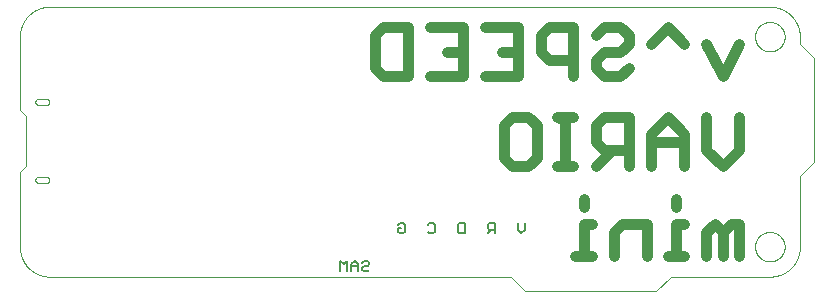
<source format=gbo>
G75*
%MOIN*%
%OFA0B0*%
%FSLAX25Y25*%
%IPPOS*%
%LPD*%
%AMOC8*
5,1,8,0,0,1.08239X$1,22.5*
%
%ADD10C,0.00000*%
%ADD11C,0.00500*%
%ADD12C,0.03600*%
D10*
X0031728Y0107122D02*
X0185477Y0107122D01*
X0190201Y0102398D01*
X0233925Y0102398D01*
X0238649Y0107122D01*
X0271728Y0107122D01*
X0266807Y0117122D02*
X0266809Y0117262D01*
X0266815Y0117402D01*
X0266825Y0117541D01*
X0266839Y0117680D01*
X0266857Y0117819D01*
X0266878Y0117957D01*
X0266904Y0118095D01*
X0266934Y0118232D01*
X0266967Y0118367D01*
X0267005Y0118502D01*
X0267046Y0118636D01*
X0267091Y0118769D01*
X0267139Y0118900D01*
X0267192Y0119029D01*
X0267248Y0119158D01*
X0267307Y0119284D01*
X0267371Y0119409D01*
X0267437Y0119532D01*
X0267508Y0119653D01*
X0267581Y0119772D01*
X0267658Y0119889D01*
X0267739Y0120003D01*
X0267822Y0120115D01*
X0267909Y0120225D01*
X0267999Y0120333D01*
X0268091Y0120437D01*
X0268187Y0120539D01*
X0268286Y0120639D01*
X0268387Y0120735D01*
X0268491Y0120829D01*
X0268598Y0120919D01*
X0268707Y0121006D01*
X0268819Y0121091D01*
X0268933Y0121172D01*
X0269049Y0121250D01*
X0269167Y0121324D01*
X0269288Y0121395D01*
X0269410Y0121463D01*
X0269535Y0121527D01*
X0269661Y0121588D01*
X0269788Y0121645D01*
X0269918Y0121698D01*
X0270049Y0121748D01*
X0270181Y0121793D01*
X0270314Y0121836D01*
X0270449Y0121874D01*
X0270584Y0121908D01*
X0270721Y0121939D01*
X0270858Y0121966D01*
X0270996Y0121988D01*
X0271135Y0122007D01*
X0271274Y0122022D01*
X0271413Y0122033D01*
X0271553Y0122040D01*
X0271693Y0122043D01*
X0271833Y0122042D01*
X0271973Y0122037D01*
X0272112Y0122028D01*
X0272252Y0122015D01*
X0272391Y0121998D01*
X0272529Y0121977D01*
X0272667Y0121953D01*
X0272804Y0121924D01*
X0272940Y0121892D01*
X0273075Y0121855D01*
X0273209Y0121815D01*
X0273342Y0121771D01*
X0273473Y0121723D01*
X0273603Y0121672D01*
X0273732Y0121617D01*
X0273859Y0121558D01*
X0273984Y0121495D01*
X0274107Y0121430D01*
X0274229Y0121360D01*
X0274348Y0121287D01*
X0274466Y0121211D01*
X0274581Y0121132D01*
X0274694Y0121049D01*
X0274804Y0120963D01*
X0274912Y0120874D01*
X0275017Y0120782D01*
X0275120Y0120687D01*
X0275220Y0120589D01*
X0275317Y0120489D01*
X0275411Y0120385D01*
X0275503Y0120279D01*
X0275591Y0120171D01*
X0275676Y0120060D01*
X0275758Y0119946D01*
X0275837Y0119830D01*
X0275912Y0119713D01*
X0275984Y0119593D01*
X0276052Y0119471D01*
X0276117Y0119347D01*
X0276179Y0119221D01*
X0276237Y0119094D01*
X0276291Y0118965D01*
X0276342Y0118834D01*
X0276388Y0118702D01*
X0276431Y0118569D01*
X0276471Y0118435D01*
X0276506Y0118300D01*
X0276538Y0118163D01*
X0276565Y0118026D01*
X0276589Y0117888D01*
X0276609Y0117750D01*
X0276625Y0117611D01*
X0276637Y0117471D01*
X0276645Y0117332D01*
X0276649Y0117192D01*
X0276649Y0117052D01*
X0276645Y0116912D01*
X0276637Y0116773D01*
X0276625Y0116633D01*
X0276609Y0116494D01*
X0276589Y0116356D01*
X0276565Y0116218D01*
X0276538Y0116081D01*
X0276506Y0115944D01*
X0276471Y0115809D01*
X0276431Y0115675D01*
X0276388Y0115542D01*
X0276342Y0115410D01*
X0276291Y0115279D01*
X0276237Y0115150D01*
X0276179Y0115023D01*
X0276117Y0114897D01*
X0276052Y0114773D01*
X0275984Y0114651D01*
X0275912Y0114531D01*
X0275837Y0114414D01*
X0275758Y0114298D01*
X0275676Y0114184D01*
X0275591Y0114073D01*
X0275503Y0113965D01*
X0275411Y0113859D01*
X0275317Y0113755D01*
X0275220Y0113655D01*
X0275120Y0113557D01*
X0275017Y0113462D01*
X0274912Y0113370D01*
X0274804Y0113281D01*
X0274694Y0113195D01*
X0274581Y0113112D01*
X0274466Y0113033D01*
X0274348Y0112957D01*
X0274229Y0112884D01*
X0274107Y0112814D01*
X0273984Y0112749D01*
X0273859Y0112686D01*
X0273732Y0112627D01*
X0273603Y0112572D01*
X0273473Y0112521D01*
X0273342Y0112473D01*
X0273209Y0112429D01*
X0273075Y0112389D01*
X0272940Y0112352D01*
X0272804Y0112320D01*
X0272667Y0112291D01*
X0272529Y0112267D01*
X0272391Y0112246D01*
X0272252Y0112229D01*
X0272112Y0112216D01*
X0271973Y0112207D01*
X0271833Y0112202D01*
X0271693Y0112201D01*
X0271553Y0112204D01*
X0271413Y0112211D01*
X0271274Y0112222D01*
X0271135Y0112237D01*
X0270996Y0112256D01*
X0270858Y0112278D01*
X0270721Y0112305D01*
X0270584Y0112336D01*
X0270449Y0112370D01*
X0270314Y0112408D01*
X0270181Y0112451D01*
X0270049Y0112496D01*
X0269918Y0112546D01*
X0269788Y0112599D01*
X0269661Y0112656D01*
X0269535Y0112717D01*
X0269410Y0112781D01*
X0269288Y0112849D01*
X0269167Y0112920D01*
X0269049Y0112994D01*
X0268933Y0113072D01*
X0268819Y0113153D01*
X0268707Y0113238D01*
X0268598Y0113325D01*
X0268491Y0113415D01*
X0268387Y0113509D01*
X0268286Y0113605D01*
X0268187Y0113705D01*
X0268091Y0113807D01*
X0267999Y0113911D01*
X0267909Y0114019D01*
X0267822Y0114129D01*
X0267739Y0114241D01*
X0267658Y0114355D01*
X0267581Y0114472D01*
X0267508Y0114591D01*
X0267437Y0114712D01*
X0267371Y0114835D01*
X0267307Y0114960D01*
X0267248Y0115086D01*
X0267192Y0115215D01*
X0267139Y0115344D01*
X0267091Y0115475D01*
X0267046Y0115608D01*
X0267005Y0115742D01*
X0266967Y0115877D01*
X0266934Y0116012D01*
X0266904Y0116149D01*
X0266878Y0116287D01*
X0266857Y0116425D01*
X0266839Y0116564D01*
X0266825Y0116703D01*
X0266815Y0116842D01*
X0266809Y0116982D01*
X0266807Y0117122D01*
X0271728Y0107122D02*
X0271970Y0107125D01*
X0272211Y0107134D01*
X0272452Y0107148D01*
X0272693Y0107169D01*
X0272933Y0107195D01*
X0273173Y0107227D01*
X0273412Y0107265D01*
X0273649Y0107308D01*
X0273886Y0107358D01*
X0274121Y0107413D01*
X0274355Y0107473D01*
X0274587Y0107540D01*
X0274818Y0107611D01*
X0275047Y0107689D01*
X0275274Y0107772D01*
X0275499Y0107860D01*
X0275722Y0107954D01*
X0275942Y0108053D01*
X0276160Y0108158D01*
X0276375Y0108267D01*
X0276588Y0108382D01*
X0276798Y0108502D01*
X0277004Y0108627D01*
X0277208Y0108757D01*
X0277409Y0108892D01*
X0277606Y0109032D01*
X0277800Y0109176D01*
X0277990Y0109325D01*
X0278176Y0109479D01*
X0278359Y0109637D01*
X0278538Y0109799D01*
X0278713Y0109966D01*
X0278884Y0110137D01*
X0279051Y0110312D01*
X0279213Y0110491D01*
X0279371Y0110674D01*
X0279525Y0110860D01*
X0279674Y0111050D01*
X0279818Y0111244D01*
X0279958Y0111441D01*
X0280093Y0111642D01*
X0280223Y0111846D01*
X0280348Y0112052D01*
X0280468Y0112262D01*
X0280583Y0112475D01*
X0280692Y0112690D01*
X0280797Y0112908D01*
X0280896Y0113128D01*
X0280990Y0113351D01*
X0281078Y0113576D01*
X0281161Y0113803D01*
X0281239Y0114032D01*
X0281310Y0114263D01*
X0281377Y0114495D01*
X0281437Y0114729D01*
X0281492Y0114964D01*
X0281542Y0115201D01*
X0281585Y0115438D01*
X0281623Y0115677D01*
X0281655Y0115917D01*
X0281681Y0116157D01*
X0281702Y0116398D01*
X0281716Y0116639D01*
X0281725Y0116880D01*
X0281728Y0117122D01*
X0281728Y0140587D01*
X0286453Y0145311D01*
X0286453Y0179957D01*
X0281728Y0184681D01*
X0281728Y0187122D01*
X0266807Y0187122D02*
X0266809Y0187262D01*
X0266815Y0187402D01*
X0266825Y0187541D01*
X0266839Y0187680D01*
X0266857Y0187819D01*
X0266878Y0187957D01*
X0266904Y0188095D01*
X0266934Y0188232D01*
X0266967Y0188367D01*
X0267005Y0188502D01*
X0267046Y0188636D01*
X0267091Y0188769D01*
X0267139Y0188900D01*
X0267192Y0189029D01*
X0267248Y0189158D01*
X0267307Y0189284D01*
X0267371Y0189409D01*
X0267437Y0189532D01*
X0267508Y0189653D01*
X0267581Y0189772D01*
X0267658Y0189889D01*
X0267739Y0190003D01*
X0267822Y0190115D01*
X0267909Y0190225D01*
X0267999Y0190333D01*
X0268091Y0190437D01*
X0268187Y0190539D01*
X0268286Y0190639D01*
X0268387Y0190735D01*
X0268491Y0190829D01*
X0268598Y0190919D01*
X0268707Y0191006D01*
X0268819Y0191091D01*
X0268933Y0191172D01*
X0269049Y0191250D01*
X0269167Y0191324D01*
X0269288Y0191395D01*
X0269410Y0191463D01*
X0269535Y0191527D01*
X0269661Y0191588D01*
X0269788Y0191645D01*
X0269918Y0191698D01*
X0270049Y0191748D01*
X0270181Y0191793D01*
X0270314Y0191836D01*
X0270449Y0191874D01*
X0270584Y0191908D01*
X0270721Y0191939D01*
X0270858Y0191966D01*
X0270996Y0191988D01*
X0271135Y0192007D01*
X0271274Y0192022D01*
X0271413Y0192033D01*
X0271553Y0192040D01*
X0271693Y0192043D01*
X0271833Y0192042D01*
X0271973Y0192037D01*
X0272112Y0192028D01*
X0272252Y0192015D01*
X0272391Y0191998D01*
X0272529Y0191977D01*
X0272667Y0191953D01*
X0272804Y0191924D01*
X0272940Y0191892D01*
X0273075Y0191855D01*
X0273209Y0191815D01*
X0273342Y0191771D01*
X0273473Y0191723D01*
X0273603Y0191672D01*
X0273732Y0191617D01*
X0273859Y0191558D01*
X0273984Y0191495D01*
X0274107Y0191430D01*
X0274229Y0191360D01*
X0274348Y0191287D01*
X0274466Y0191211D01*
X0274581Y0191132D01*
X0274694Y0191049D01*
X0274804Y0190963D01*
X0274912Y0190874D01*
X0275017Y0190782D01*
X0275120Y0190687D01*
X0275220Y0190589D01*
X0275317Y0190489D01*
X0275411Y0190385D01*
X0275503Y0190279D01*
X0275591Y0190171D01*
X0275676Y0190060D01*
X0275758Y0189946D01*
X0275837Y0189830D01*
X0275912Y0189713D01*
X0275984Y0189593D01*
X0276052Y0189471D01*
X0276117Y0189347D01*
X0276179Y0189221D01*
X0276237Y0189094D01*
X0276291Y0188965D01*
X0276342Y0188834D01*
X0276388Y0188702D01*
X0276431Y0188569D01*
X0276471Y0188435D01*
X0276506Y0188300D01*
X0276538Y0188163D01*
X0276565Y0188026D01*
X0276589Y0187888D01*
X0276609Y0187750D01*
X0276625Y0187611D01*
X0276637Y0187471D01*
X0276645Y0187332D01*
X0276649Y0187192D01*
X0276649Y0187052D01*
X0276645Y0186912D01*
X0276637Y0186773D01*
X0276625Y0186633D01*
X0276609Y0186494D01*
X0276589Y0186356D01*
X0276565Y0186218D01*
X0276538Y0186081D01*
X0276506Y0185944D01*
X0276471Y0185809D01*
X0276431Y0185675D01*
X0276388Y0185542D01*
X0276342Y0185410D01*
X0276291Y0185279D01*
X0276237Y0185150D01*
X0276179Y0185023D01*
X0276117Y0184897D01*
X0276052Y0184773D01*
X0275984Y0184651D01*
X0275912Y0184531D01*
X0275837Y0184414D01*
X0275758Y0184298D01*
X0275676Y0184184D01*
X0275591Y0184073D01*
X0275503Y0183965D01*
X0275411Y0183859D01*
X0275317Y0183755D01*
X0275220Y0183655D01*
X0275120Y0183557D01*
X0275017Y0183462D01*
X0274912Y0183370D01*
X0274804Y0183281D01*
X0274694Y0183195D01*
X0274581Y0183112D01*
X0274466Y0183033D01*
X0274348Y0182957D01*
X0274229Y0182884D01*
X0274107Y0182814D01*
X0273984Y0182749D01*
X0273859Y0182686D01*
X0273732Y0182627D01*
X0273603Y0182572D01*
X0273473Y0182521D01*
X0273342Y0182473D01*
X0273209Y0182429D01*
X0273075Y0182389D01*
X0272940Y0182352D01*
X0272804Y0182320D01*
X0272667Y0182291D01*
X0272529Y0182267D01*
X0272391Y0182246D01*
X0272252Y0182229D01*
X0272112Y0182216D01*
X0271973Y0182207D01*
X0271833Y0182202D01*
X0271693Y0182201D01*
X0271553Y0182204D01*
X0271413Y0182211D01*
X0271274Y0182222D01*
X0271135Y0182237D01*
X0270996Y0182256D01*
X0270858Y0182278D01*
X0270721Y0182305D01*
X0270584Y0182336D01*
X0270449Y0182370D01*
X0270314Y0182408D01*
X0270181Y0182451D01*
X0270049Y0182496D01*
X0269918Y0182546D01*
X0269788Y0182599D01*
X0269661Y0182656D01*
X0269535Y0182717D01*
X0269410Y0182781D01*
X0269288Y0182849D01*
X0269167Y0182920D01*
X0269049Y0182994D01*
X0268933Y0183072D01*
X0268819Y0183153D01*
X0268707Y0183238D01*
X0268598Y0183325D01*
X0268491Y0183415D01*
X0268387Y0183509D01*
X0268286Y0183605D01*
X0268187Y0183705D01*
X0268091Y0183807D01*
X0267999Y0183911D01*
X0267909Y0184019D01*
X0267822Y0184129D01*
X0267739Y0184241D01*
X0267658Y0184355D01*
X0267581Y0184472D01*
X0267508Y0184591D01*
X0267437Y0184712D01*
X0267371Y0184835D01*
X0267307Y0184960D01*
X0267248Y0185086D01*
X0267192Y0185215D01*
X0267139Y0185344D01*
X0267091Y0185475D01*
X0267046Y0185608D01*
X0267005Y0185742D01*
X0266967Y0185877D01*
X0266934Y0186012D01*
X0266904Y0186149D01*
X0266878Y0186287D01*
X0266857Y0186425D01*
X0266839Y0186564D01*
X0266825Y0186703D01*
X0266815Y0186842D01*
X0266809Y0186982D01*
X0266807Y0187122D01*
X0271728Y0197122D02*
X0271970Y0197119D01*
X0272211Y0197110D01*
X0272452Y0197096D01*
X0272693Y0197075D01*
X0272933Y0197049D01*
X0273173Y0197017D01*
X0273412Y0196979D01*
X0273649Y0196936D01*
X0273886Y0196886D01*
X0274121Y0196831D01*
X0274355Y0196771D01*
X0274587Y0196704D01*
X0274818Y0196633D01*
X0275047Y0196555D01*
X0275274Y0196472D01*
X0275499Y0196384D01*
X0275722Y0196290D01*
X0275942Y0196191D01*
X0276160Y0196086D01*
X0276375Y0195977D01*
X0276588Y0195862D01*
X0276798Y0195742D01*
X0277004Y0195617D01*
X0277208Y0195487D01*
X0277409Y0195352D01*
X0277606Y0195212D01*
X0277800Y0195068D01*
X0277990Y0194919D01*
X0278176Y0194765D01*
X0278359Y0194607D01*
X0278538Y0194445D01*
X0278713Y0194278D01*
X0278884Y0194107D01*
X0279051Y0193932D01*
X0279213Y0193753D01*
X0279371Y0193570D01*
X0279525Y0193384D01*
X0279674Y0193194D01*
X0279818Y0193000D01*
X0279958Y0192803D01*
X0280093Y0192602D01*
X0280223Y0192398D01*
X0280348Y0192192D01*
X0280468Y0191982D01*
X0280583Y0191769D01*
X0280692Y0191554D01*
X0280797Y0191336D01*
X0280896Y0191116D01*
X0280990Y0190893D01*
X0281078Y0190668D01*
X0281161Y0190441D01*
X0281239Y0190212D01*
X0281310Y0189981D01*
X0281377Y0189749D01*
X0281437Y0189515D01*
X0281492Y0189280D01*
X0281542Y0189043D01*
X0281585Y0188806D01*
X0281623Y0188567D01*
X0281655Y0188327D01*
X0281681Y0188087D01*
X0281702Y0187846D01*
X0281716Y0187605D01*
X0281725Y0187364D01*
X0281728Y0187122D01*
X0271728Y0197122D02*
X0031728Y0197122D01*
X0031486Y0197119D01*
X0031245Y0197110D01*
X0031004Y0197096D01*
X0030763Y0197075D01*
X0030523Y0197049D01*
X0030283Y0197017D01*
X0030044Y0196979D01*
X0029807Y0196936D01*
X0029570Y0196886D01*
X0029335Y0196831D01*
X0029101Y0196771D01*
X0028869Y0196704D01*
X0028638Y0196633D01*
X0028409Y0196555D01*
X0028182Y0196472D01*
X0027957Y0196384D01*
X0027734Y0196290D01*
X0027514Y0196191D01*
X0027296Y0196086D01*
X0027081Y0195977D01*
X0026868Y0195862D01*
X0026658Y0195742D01*
X0026452Y0195617D01*
X0026248Y0195487D01*
X0026047Y0195352D01*
X0025850Y0195212D01*
X0025656Y0195068D01*
X0025466Y0194919D01*
X0025280Y0194765D01*
X0025097Y0194607D01*
X0024918Y0194445D01*
X0024743Y0194278D01*
X0024572Y0194107D01*
X0024405Y0193932D01*
X0024243Y0193753D01*
X0024085Y0193570D01*
X0023931Y0193384D01*
X0023782Y0193194D01*
X0023638Y0193000D01*
X0023498Y0192803D01*
X0023363Y0192602D01*
X0023233Y0192398D01*
X0023108Y0192192D01*
X0022988Y0191982D01*
X0022873Y0191769D01*
X0022764Y0191554D01*
X0022659Y0191336D01*
X0022560Y0191116D01*
X0022466Y0190893D01*
X0022378Y0190668D01*
X0022295Y0190441D01*
X0022217Y0190212D01*
X0022146Y0189981D01*
X0022079Y0189749D01*
X0022019Y0189515D01*
X0021964Y0189280D01*
X0021914Y0189043D01*
X0021871Y0188806D01*
X0021833Y0188567D01*
X0021801Y0188327D01*
X0021775Y0188087D01*
X0021754Y0187846D01*
X0021740Y0187605D01*
X0021731Y0187364D01*
X0021728Y0187122D01*
X0021728Y0162622D01*
X0023728Y0160622D01*
X0023728Y0144122D01*
X0021728Y0142122D01*
X0021728Y0117122D01*
X0021731Y0116880D01*
X0021740Y0116639D01*
X0021754Y0116398D01*
X0021775Y0116157D01*
X0021801Y0115917D01*
X0021833Y0115677D01*
X0021871Y0115438D01*
X0021914Y0115201D01*
X0021964Y0114964D01*
X0022019Y0114729D01*
X0022079Y0114495D01*
X0022146Y0114263D01*
X0022217Y0114032D01*
X0022295Y0113803D01*
X0022378Y0113576D01*
X0022466Y0113351D01*
X0022560Y0113128D01*
X0022659Y0112908D01*
X0022764Y0112690D01*
X0022873Y0112475D01*
X0022988Y0112262D01*
X0023108Y0112052D01*
X0023233Y0111846D01*
X0023363Y0111642D01*
X0023498Y0111441D01*
X0023638Y0111244D01*
X0023782Y0111050D01*
X0023931Y0110860D01*
X0024085Y0110674D01*
X0024243Y0110491D01*
X0024405Y0110312D01*
X0024572Y0110137D01*
X0024743Y0109966D01*
X0024918Y0109799D01*
X0025097Y0109637D01*
X0025280Y0109479D01*
X0025466Y0109325D01*
X0025656Y0109176D01*
X0025850Y0109032D01*
X0026047Y0108892D01*
X0026248Y0108757D01*
X0026452Y0108627D01*
X0026658Y0108502D01*
X0026868Y0108382D01*
X0027081Y0108267D01*
X0027296Y0108158D01*
X0027514Y0108053D01*
X0027734Y0107954D01*
X0027957Y0107860D01*
X0028182Y0107772D01*
X0028409Y0107689D01*
X0028638Y0107611D01*
X0028869Y0107540D01*
X0029101Y0107473D01*
X0029335Y0107413D01*
X0029570Y0107358D01*
X0029807Y0107308D01*
X0030044Y0107265D01*
X0030283Y0107227D01*
X0030523Y0107195D01*
X0030763Y0107169D01*
X0031004Y0107148D01*
X0031245Y0107134D01*
X0031486Y0107125D01*
X0031728Y0107122D01*
X0030606Y0138396D02*
X0027850Y0138396D01*
X0027788Y0138398D01*
X0027727Y0138404D01*
X0027666Y0138413D01*
X0027605Y0138427D01*
X0027546Y0138444D01*
X0027488Y0138465D01*
X0027431Y0138490D01*
X0027376Y0138518D01*
X0027323Y0138549D01*
X0027272Y0138584D01*
X0027223Y0138622D01*
X0027176Y0138663D01*
X0027133Y0138706D01*
X0027092Y0138753D01*
X0027054Y0138802D01*
X0027019Y0138853D01*
X0026988Y0138906D01*
X0026960Y0138961D01*
X0026935Y0139018D01*
X0026914Y0139076D01*
X0026897Y0139135D01*
X0026883Y0139196D01*
X0026874Y0139257D01*
X0026868Y0139318D01*
X0026866Y0139380D01*
X0026868Y0139442D01*
X0026874Y0139503D01*
X0026883Y0139564D01*
X0026897Y0139625D01*
X0026914Y0139684D01*
X0026935Y0139742D01*
X0026960Y0139799D01*
X0026988Y0139854D01*
X0027019Y0139907D01*
X0027054Y0139958D01*
X0027092Y0140007D01*
X0027133Y0140054D01*
X0027176Y0140097D01*
X0027223Y0140138D01*
X0027272Y0140176D01*
X0027323Y0140211D01*
X0027376Y0140242D01*
X0027431Y0140270D01*
X0027488Y0140295D01*
X0027546Y0140316D01*
X0027605Y0140333D01*
X0027666Y0140347D01*
X0027727Y0140356D01*
X0027788Y0140362D01*
X0027850Y0140364D01*
X0030606Y0140364D01*
X0030668Y0140362D01*
X0030729Y0140356D01*
X0030790Y0140347D01*
X0030851Y0140333D01*
X0030910Y0140316D01*
X0030968Y0140295D01*
X0031025Y0140270D01*
X0031080Y0140242D01*
X0031133Y0140211D01*
X0031184Y0140176D01*
X0031233Y0140138D01*
X0031280Y0140097D01*
X0031323Y0140054D01*
X0031364Y0140007D01*
X0031402Y0139958D01*
X0031437Y0139907D01*
X0031468Y0139854D01*
X0031496Y0139799D01*
X0031521Y0139742D01*
X0031542Y0139684D01*
X0031559Y0139625D01*
X0031573Y0139564D01*
X0031582Y0139503D01*
X0031588Y0139442D01*
X0031590Y0139380D01*
X0031588Y0139318D01*
X0031582Y0139257D01*
X0031573Y0139196D01*
X0031559Y0139135D01*
X0031542Y0139076D01*
X0031521Y0139018D01*
X0031496Y0138961D01*
X0031468Y0138906D01*
X0031437Y0138853D01*
X0031402Y0138802D01*
X0031364Y0138753D01*
X0031323Y0138706D01*
X0031280Y0138663D01*
X0031233Y0138622D01*
X0031184Y0138584D01*
X0031133Y0138549D01*
X0031080Y0138518D01*
X0031025Y0138490D01*
X0030968Y0138465D01*
X0030910Y0138444D01*
X0030851Y0138427D01*
X0030790Y0138413D01*
X0030729Y0138404D01*
X0030668Y0138398D01*
X0030606Y0138396D01*
X0030606Y0164380D02*
X0027850Y0164380D01*
X0027788Y0164382D01*
X0027727Y0164388D01*
X0027666Y0164397D01*
X0027605Y0164411D01*
X0027546Y0164428D01*
X0027488Y0164449D01*
X0027431Y0164474D01*
X0027376Y0164502D01*
X0027323Y0164533D01*
X0027272Y0164568D01*
X0027223Y0164606D01*
X0027176Y0164647D01*
X0027133Y0164690D01*
X0027092Y0164737D01*
X0027054Y0164786D01*
X0027019Y0164837D01*
X0026988Y0164890D01*
X0026960Y0164945D01*
X0026935Y0165002D01*
X0026914Y0165060D01*
X0026897Y0165119D01*
X0026883Y0165180D01*
X0026874Y0165241D01*
X0026868Y0165302D01*
X0026866Y0165364D01*
X0026868Y0165426D01*
X0026874Y0165487D01*
X0026883Y0165548D01*
X0026897Y0165609D01*
X0026914Y0165668D01*
X0026935Y0165726D01*
X0026960Y0165783D01*
X0026988Y0165838D01*
X0027019Y0165891D01*
X0027054Y0165942D01*
X0027092Y0165991D01*
X0027133Y0166038D01*
X0027176Y0166081D01*
X0027223Y0166122D01*
X0027272Y0166160D01*
X0027323Y0166195D01*
X0027376Y0166226D01*
X0027431Y0166254D01*
X0027488Y0166279D01*
X0027546Y0166300D01*
X0027605Y0166317D01*
X0027666Y0166331D01*
X0027727Y0166340D01*
X0027788Y0166346D01*
X0027850Y0166348D01*
X0030606Y0166348D01*
X0030668Y0166346D01*
X0030729Y0166340D01*
X0030790Y0166331D01*
X0030851Y0166317D01*
X0030910Y0166300D01*
X0030968Y0166279D01*
X0031025Y0166254D01*
X0031080Y0166226D01*
X0031133Y0166195D01*
X0031184Y0166160D01*
X0031233Y0166122D01*
X0031280Y0166081D01*
X0031323Y0166038D01*
X0031364Y0165991D01*
X0031402Y0165942D01*
X0031437Y0165891D01*
X0031468Y0165838D01*
X0031496Y0165783D01*
X0031521Y0165726D01*
X0031542Y0165668D01*
X0031559Y0165609D01*
X0031573Y0165548D01*
X0031582Y0165487D01*
X0031588Y0165426D01*
X0031590Y0165364D01*
X0031588Y0165302D01*
X0031582Y0165241D01*
X0031573Y0165180D01*
X0031559Y0165119D01*
X0031542Y0165060D01*
X0031521Y0165002D01*
X0031496Y0164945D01*
X0031468Y0164890D01*
X0031437Y0164837D01*
X0031402Y0164786D01*
X0031364Y0164737D01*
X0031323Y0164690D01*
X0031280Y0164647D01*
X0031233Y0164606D01*
X0031184Y0164568D01*
X0031133Y0164533D01*
X0031080Y0164502D01*
X0031025Y0164474D01*
X0030968Y0164449D01*
X0030910Y0164428D01*
X0030851Y0164411D01*
X0030790Y0164397D01*
X0030729Y0164388D01*
X0030668Y0164382D01*
X0030606Y0164380D01*
X0200476Y0159961D02*
X0200478Y0160045D01*
X0200484Y0160128D01*
X0200494Y0160211D01*
X0200508Y0160294D01*
X0200525Y0160376D01*
X0200547Y0160457D01*
X0200572Y0160536D01*
X0200601Y0160615D01*
X0200634Y0160692D01*
X0200670Y0160767D01*
X0200710Y0160841D01*
X0200753Y0160913D01*
X0200800Y0160982D01*
X0200850Y0161049D01*
X0200903Y0161114D01*
X0200959Y0161176D01*
X0201017Y0161236D01*
X0201079Y0161293D01*
X0201143Y0161346D01*
X0201210Y0161397D01*
X0201279Y0161444D01*
X0201350Y0161489D01*
X0201423Y0161529D01*
X0201498Y0161566D01*
X0201575Y0161600D01*
X0201653Y0161630D01*
X0201732Y0161656D01*
X0201813Y0161679D01*
X0201895Y0161697D01*
X0201977Y0161712D01*
X0202060Y0161723D01*
X0202143Y0161730D01*
X0202227Y0161733D01*
X0202311Y0161732D01*
X0202394Y0161727D01*
X0202478Y0161718D01*
X0202560Y0161705D01*
X0202642Y0161689D01*
X0202723Y0161668D01*
X0202804Y0161644D01*
X0202882Y0161616D01*
X0202960Y0161584D01*
X0203036Y0161548D01*
X0203110Y0161509D01*
X0203182Y0161467D01*
X0203252Y0161421D01*
X0203320Y0161372D01*
X0203385Y0161320D01*
X0203448Y0161265D01*
X0203508Y0161207D01*
X0203566Y0161146D01*
X0203620Y0161082D01*
X0203672Y0161016D01*
X0203720Y0160948D01*
X0203765Y0160877D01*
X0203806Y0160804D01*
X0203845Y0160730D01*
X0203879Y0160654D01*
X0203910Y0160576D01*
X0203937Y0160497D01*
X0203961Y0160416D01*
X0203980Y0160335D01*
X0203996Y0160253D01*
X0204008Y0160170D01*
X0204016Y0160086D01*
X0204020Y0160003D01*
X0204020Y0159919D01*
X0204016Y0159836D01*
X0204008Y0159752D01*
X0203996Y0159669D01*
X0203980Y0159587D01*
X0203961Y0159506D01*
X0203937Y0159425D01*
X0203910Y0159346D01*
X0203879Y0159268D01*
X0203845Y0159192D01*
X0203806Y0159118D01*
X0203765Y0159045D01*
X0203720Y0158974D01*
X0203672Y0158906D01*
X0203620Y0158840D01*
X0203566Y0158776D01*
X0203508Y0158715D01*
X0203448Y0158657D01*
X0203385Y0158602D01*
X0203320Y0158550D01*
X0203252Y0158501D01*
X0203182Y0158455D01*
X0203110Y0158413D01*
X0203036Y0158374D01*
X0202960Y0158338D01*
X0202882Y0158306D01*
X0202804Y0158278D01*
X0202723Y0158254D01*
X0202642Y0158233D01*
X0202560Y0158217D01*
X0202478Y0158204D01*
X0202394Y0158195D01*
X0202311Y0158190D01*
X0202227Y0158189D01*
X0202143Y0158192D01*
X0202060Y0158199D01*
X0201977Y0158210D01*
X0201895Y0158225D01*
X0201813Y0158243D01*
X0201732Y0158266D01*
X0201653Y0158292D01*
X0201575Y0158322D01*
X0201498Y0158356D01*
X0201423Y0158393D01*
X0201350Y0158433D01*
X0201279Y0158478D01*
X0201210Y0158525D01*
X0201143Y0158576D01*
X0201079Y0158629D01*
X0201017Y0158686D01*
X0200959Y0158746D01*
X0200903Y0158808D01*
X0200850Y0158873D01*
X0200800Y0158940D01*
X0200753Y0159009D01*
X0200710Y0159081D01*
X0200670Y0159155D01*
X0200634Y0159230D01*
X0200601Y0159307D01*
X0200572Y0159386D01*
X0200547Y0159465D01*
X0200525Y0159546D01*
X0200508Y0159628D01*
X0200494Y0159711D01*
X0200484Y0159794D01*
X0200478Y0159877D01*
X0200476Y0159961D01*
D11*
X0190001Y0125056D02*
X0190001Y0122721D01*
X0188833Y0121553D01*
X0187666Y0122721D01*
X0187666Y0125056D01*
X0180001Y0125056D02*
X0180001Y0121553D01*
X0180001Y0122721D02*
X0178250Y0122721D01*
X0177666Y0123305D01*
X0177666Y0124472D01*
X0178250Y0125056D01*
X0180001Y0125056D01*
X0178833Y0122721D02*
X0177666Y0121553D01*
X0170001Y0121553D02*
X0170001Y0125056D01*
X0168250Y0125056D01*
X0167666Y0124472D01*
X0167666Y0122137D01*
X0168250Y0121553D01*
X0170001Y0121553D01*
X0160001Y0122137D02*
X0159417Y0121553D01*
X0158250Y0121553D01*
X0157666Y0122137D01*
X0160001Y0122137D02*
X0160001Y0124472D01*
X0159417Y0125056D01*
X0158250Y0125056D01*
X0157666Y0124472D01*
X0150033Y0124472D02*
X0150033Y0122137D01*
X0149449Y0121553D01*
X0148281Y0121553D01*
X0147697Y0122137D01*
X0147697Y0123305D01*
X0148865Y0123305D01*
X0150033Y0124472D02*
X0149449Y0125056D01*
X0148281Y0125056D01*
X0147697Y0124472D01*
X0137632Y0112375D02*
X0136464Y0112375D01*
X0135880Y0111791D01*
X0136464Y0110624D02*
X0135880Y0110040D01*
X0135880Y0109456D01*
X0136464Y0108872D01*
X0137632Y0108872D01*
X0138216Y0109456D01*
X0137632Y0110624D02*
X0136464Y0110624D01*
X0137632Y0110624D02*
X0138216Y0111207D01*
X0138216Y0111791D01*
X0137632Y0112375D01*
X0134533Y0111207D02*
X0134533Y0108872D01*
X0134533Y0110624D02*
X0132197Y0110624D01*
X0132197Y0111207D02*
X0132197Y0108872D01*
X0130849Y0108872D02*
X0130849Y0112375D01*
X0129682Y0111207D01*
X0128514Y0112375D01*
X0128514Y0108872D01*
X0132197Y0111207D02*
X0133365Y0112375D01*
X0134533Y0111207D01*
D12*
X0183036Y0146618D02*
X0185772Y0143883D01*
X0191243Y0143883D01*
X0193979Y0146618D01*
X0193979Y0157561D01*
X0191243Y0160297D01*
X0185772Y0160297D01*
X0183036Y0157561D01*
X0183036Y0146618D01*
X0200785Y0143883D02*
X0206256Y0143883D01*
X0203520Y0143883D02*
X0203520Y0160297D01*
X0200785Y0160297D02*
X0206256Y0160297D01*
X0213729Y0157561D02*
X0213729Y0152090D01*
X0216465Y0149354D01*
X0224672Y0149354D01*
X0224672Y0143883D02*
X0224672Y0160297D01*
X0216465Y0160297D01*
X0213729Y0157561D01*
X0219200Y0149354D02*
X0213729Y0143883D01*
X0209659Y0133032D02*
X0209659Y0130297D01*
X0209659Y0124825D02*
X0209659Y0113883D01*
X0212395Y0113883D02*
X0206923Y0113883D01*
X0219868Y0113883D02*
X0219868Y0122090D01*
X0222603Y0124825D01*
X0230810Y0124825D01*
X0230810Y0113883D01*
X0237616Y0113883D02*
X0243087Y0113883D01*
X0240352Y0113883D02*
X0240352Y0124825D01*
X0243087Y0124825D01*
X0240352Y0130297D02*
X0240352Y0133032D01*
X0250560Y0122090D02*
X0253296Y0124825D01*
X0256032Y0122090D01*
X0256032Y0113883D01*
X0250560Y0113883D02*
X0250560Y0122090D01*
X0256032Y0122090D02*
X0258767Y0124825D01*
X0261503Y0124825D01*
X0261503Y0113883D01*
X0256032Y0143883D02*
X0250560Y0149354D01*
X0250560Y0160297D01*
X0243087Y0154825D02*
X0237616Y0160297D01*
X0232145Y0154825D01*
X0232145Y0143883D01*
X0243087Y0143883D02*
X0243087Y0154825D01*
X0243087Y0152090D02*
X0232145Y0152090D01*
X0256032Y0143883D02*
X0261503Y0149354D01*
X0261503Y0160297D01*
X0256032Y0173883D02*
X0250560Y0184825D01*
X0243087Y0184825D02*
X0237616Y0190297D01*
X0232145Y0184825D01*
X0224672Y0184825D02*
X0221936Y0182090D01*
X0216465Y0182090D01*
X0213729Y0179354D01*
X0213729Y0176618D01*
X0216465Y0173883D01*
X0221936Y0173883D01*
X0224672Y0176618D01*
X0224672Y0184825D02*
X0224672Y0187561D01*
X0221936Y0190297D01*
X0216465Y0190297D01*
X0213729Y0187561D01*
X0206256Y0190297D02*
X0198049Y0190297D01*
X0195313Y0187561D01*
X0195313Y0182090D01*
X0198049Y0179354D01*
X0206256Y0179354D01*
X0206256Y0173883D02*
X0206256Y0190297D01*
X0187840Y0190297D02*
X0187840Y0173883D01*
X0176898Y0173883D01*
X0169424Y0173883D02*
X0158482Y0173883D01*
X0151009Y0173883D02*
X0142802Y0173883D01*
X0140066Y0176618D01*
X0140066Y0187561D01*
X0142802Y0190297D01*
X0151009Y0190297D01*
X0151009Y0173883D01*
X0163953Y0182090D02*
X0169424Y0182090D01*
X0169424Y0190297D02*
X0158482Y0190297D01*
X0169424Y0190297D02*
X0169424Y0173883D01*
X0182369Y0182090D02*
X0187840Y0182090D01*
X0187840Y0190297D02*
X0176898Y0190297D01*
X0256032Y0173883D02*
X0261503Y0184825D01*
X0212395Y0124825D02*
X0209659Y0124825D01*
M02*

</source>
